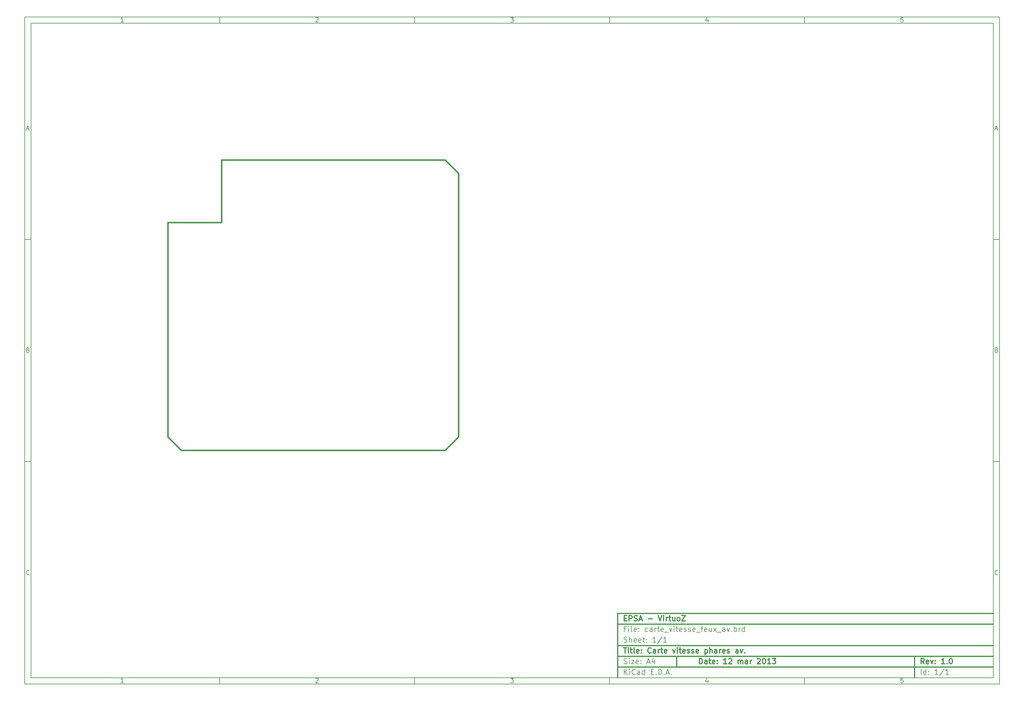
<source format=gbr>
G04 (created by PCBNEW-RS274X (2012-01-19 BZR 3256)-stable) date 12/03/2013 15:28:24*
G01*
G70*
G90*
%MOIN*%
G04 Gerber Fmt 3.4, Leading zero omitted, Abs format*
%FSLAX34Y34*%
G04 APERTURE LIST*
%ADD10C,0.006000*%
%ADD11C,0.012000*%
%ADD12C,0.015000*%
G04 APERTURE END LIST*
G54D10*
X04000Y-04000D02*
X113000Y-04000D01*
X113000Y-78670D01*
X04000Y-78670D01*
X04000Y-04000D01*
X04700Y-04700D02*
X112300Y-04700D01*
X112300Y-77970D01*
X04700Y-77970D01*
X04700Y-04700D01*
X25800Y-04000D02*
X25800Y-04700D01*
X15043Y-04552D02*
X14757Y-04552D01*
X14900Y-04552D02*
X14900Y-04052D01*
X14852Y-04124D01*
X14805Y-04171D01*
X14757Y-04195D01*
X25800Y-78670D02*
X25800Y-77970D01*
X15043Y-78522D02*
X14757Y-78522D01*
X14900Y-78522D02*
X14900Y-78022D01*
X14852Y-78094D01*
X14805Y-78141D01*
X14757Y-78165D01*
X47600Y-04000D02*
X47600Y-04700D01*
X36557Y-04100D02*
X36581Y-04076D01*
X36629Y-04052D01*
X36748Y-04052D01*
X36795Y-04076D01*
X36819Y-04100D01*
X36843Y-04148D01*
X36843Y-04195D01*
X36819Y-04267D01*
X36533Y-04552D01*
X36843Y-04552D01*
X47600Y-78670D02*
X47600Y-77970D01*
X36557Y-78070D02*
X36581Y-78046D01*
X36629Y-78022D01*
X36748Y-78022D01*
X36795Y-78046D01*
X36819Y-78070D01*
X36843Y-78118D01*
X36843Y-78165D01*
X36819Y-78237D01*
X36533Y-78522D01*
X36843Y-78522D01*
X69400Y-04000D02*
X69400Y-04700D01*
X58333Y-04052D02*
X58643Y-04052D01*
X58476Y-04243D01*
X58548Y-04243D01*
X58595Y-04267D01*
X58619Y-04290D01*
X58643Y-04338D01*
X58643Y-04457D01*
X58619Y-04505D01*
X58595Y-04529D01*
X58548Y-04552D01*
X58405Y-04552D01*
X58357Y-04529D01*
X58333Y-04505D01*
X69400Y-78670D02*
X69400Y-77970D01*
X58333Y-78022D02*
X58643Y-78022D01*
X58476Y-78213D01*
X58548Y-78213D01*
X58595Y-78237D01*
X58619Y-78260D01*
X58643Y-78308D01*
X58643Y-78427D01*
X58619Y-78475D01*
X58595Y-78499D01*
X58548Y-78522D01*
X58405Y-78522D01*
X58357Y-78499D01*
X58333Y-78475D01*
X91200Y-04000D02*
X91200Y-04700D01*
X80395Y-04219D02*
X80395Y-04552D01*
X80276Y-04029D02*
X80157Y-04386D01*
X80467Y-04386D01*
X91200Y-78670D02*
X91200Y-77970D01*
X80395Y-78189D02*
X80395Y-78522D01*
X80276Y-77999D02*
X80157Y-78356D01*
X80467Y-78356D01*
X102219Y-04052D02*
X101981Y-04052D01*
X101957Y-04290D01*
X101981Y-04267D01*
X102029Y-04243D01*
X102148Y-04243D01*
X102195Y-04267D01*
X102219Y-04290D01*
X102243Y-04338D01*
X102243Y-04457D01*
X102219Y-04505D01*
X102195Y-04529D01*
X102148Y-04552D01*
X102029Y-04552D01*
X101981Y-04529D01*
X101957Y-04505D01*
X102219Y-78022D02*
X101981Y-78022D01*
X101957Y-78260D01*
X101981Y-78237D01*
X102029Y-78213D01*
X102148Y-78213D01*
X102195Y-78237D01*
X102219Y-78260D01*
X102243Y-78308D01*
X102243Y-78427D01*
X102219Y-78475D01*
X102195Y-78499D01*
X102148Y-78522D01*
X102029Y-78522D01*
X101981Y-78499D01*
X101957Y-78475D01*
X04000Y-28890D02*
X04700Y-28890D01*
X04231Y-16510D02*
X04469Y-16510D01*
X04184Y-16652D02*
X04350Y-16152D01*
X04517Y-16652D01*
X113000Y-28890D02*
X112300Y-28890D01*
X112531Y-16510D02*
X112769Y-16510D01*
X112484Y-16652D02*
X112650Y-16152D01*
X112817Y-16652D01*
X04000Y-53780D02*
X04700Y-53780D01*
X04386Y-41280D02*
X04457Y-41304D01*
X04481Y-41328D01*
X04505Y-41376D01*
X04505Y-41447D01*
X04481Y-41495D01*
X04457Y-41519D01*
X04410Y-41542D01*
X04219Y-41542D01*
X04219Y-41042D01*
X04386Y-41042D01*
X04433Y-41066D01*
X04457Y-41090D01*
X04481Y-41138D01*
X04481Y-41185D01*
X04457Y-41233D01*
X04433Y-41257D01*
X04386Y-41280D01*
X04219Y-41280D01*
X113000Y-53780D02*
X112300Y-53780D01*
X112686Y-41280D02*
X112757Y-41304D01*
X112781Y-41328D01*
X112805Y-41376D01*
X112805Y-41447D01*
X112781Y-41495D01*
X112757Y-41519D01*
X112710Y-41542D01*
X112519Y-41542D01*
X112519Y-41042D01*
X112686Y-41042D01*
X112733Y-41066D01*
X112757Y-41090D01*
X112781Y-41138D01*
X112781Y-41185D01*
X112757Y-41233D01*
X112733Y-41257D01*
X112686Y-41280D01*
X112519Y-41280D01*
X04505Y-66385D02*
X04481Y-66409D01*
X04410Y-66432D01*
X04362Y-66432D01*
X04290Y-66409D01*
X04243Y-66361D01*
X04219Y-66313D01*
X04195Y-66218D01*
X04195Y-66147D01*
X04219Y-66051D01*
X04243Y-66004D01*
X04290Y-65956D01*
X04362Y-65932D01*
X04410Y-65932D01*
X04481Y-65956D01*
X04505Y-65980D01*
X112805Y-66385D02*
X112781Y-66409D01*
X112710Y-66432D01*
X112662Y-66432D01*
X112590Y-66409D01*
X112543Y-66361D01*
X112519Y-66313D01*
X112495Y-66218D01*
X112495Y-66147D01*
X112519Y-66051D01*
X112543Y-66004D01*
X112590Y-65956D01*
X112662Y-65932D01*
X112710Y-65932D01*
X112781Y-65956D01*
X112805Y-65980D01*
G54D11*
X79443Y-76413D02*
X79443Y-75813D01*
X79586Y-75813D01*
X79671Y-75841D01*
X79729Y-75899D01*
X79757Y-75956D01*
X79786Y-76070D01*
X79786Y-76156D01*
X79757Y-76270D01*
X79729Y-76327D01*
X79671Y-76384D01*
X79586Y-76413D01*
X79443Y-76413D01*
X80300Y-76413D02*
X80300Y-76099D01*
X80271Y-76041D01*
X80214Y-76013D01*
X80100Y-76013D01*
X80043Y-76041D01*
X80300Y-76384D02*
X80243Y-76413D01*
X80100Y-76413D01*
X80043Y-76384D01*
X80014Y-76327D01*
X80014Y-76270D01*
X80043Y-76213D01*
X80100Y-76184D01*
X80243Y-76184D01*
X80300Y-76156D01*
X80500Y-76013D02*
X80729Y-76013D01*
X80586Y-75813D02*
X80586Y-76327D01*
X80614Y-76384D01*
X80672Y-76413D01*
X80729Y-76413D01*
X81157Y-76384D02*
X81100Y-76413D01*
X80986Y-76413D01*
X80929Y-76384D01*
X80900Y-76327D01*
X80900Y-76099D01*
X80929Y-76041D01*
X80986Y-76013D01*
X81100Y-76013D01*
X81157Y-76041D01*
X81186Y-76099D01*
X81186Y-76156D01*
X80900Y-76213D01*
X81443Y-76356D02*
X81471Y-76384D01*
X81443Y-76413D01*
X81414Y-76384D01*
X81443Y-76356D01*
X81443Y-76413D01*
X81443Y-76041D02*
X81471Y-76070D01*
X81443Y-76099D01*
X81414Y-76070D01*
X81443Y-76041D01*
X81443Y-76099D01*
X82500Y-76413D02*
X82157Y-76413D01*
X82329Y-76413D02*
X82329Y-75813D01*
X82272Y-75899D01*
X82214Y-75956D01*
X82157Y-75984D01*
X82728Y-75870D02*
X82757Y-75841D01*
X82814Y-75813D01*
X82957Y-75813D01*
X83014Y-75841D01*
X83043Y-75870D01*
X83071Y-75927D01*
X83071Y-75984D01*
X83043Y-76070D01*
X82700Y-76413D01*
X83071Y-76413D01*
X83785Y-76413D02*
X83785Y-76013D01*
X83785Y-76070D02*
X83813Y-76041D01*
X83871Y-76013D01*
X83956Y-76013D01*
X84013Y-76041D01*
X84042Y-76099D01*
X84042Y-76413D01*
X84042Y-76099D02*
X84071Y-76041D01*
X84128Y-76013D01*
X84213Y-76013D01*
X84271Y-76041D01*
X84299Y-76099D01*
X84299Y-76413D01*
X84842Y-76413D02*
X84842Y-76099D01*
X84813Y-76041D01*
X84756Y-76013D01*
X84642Y-76013D01*
X84585Y-76041D01*
X84842Y-76384D02*
X84785Y-76413D01*
X84642Y-76413D01*
X84585Y-76384D01*
X84556Y-76327D01*
X84556Y-76270D01*
X84585Y-76213D01*
X84642Y-76184D01*
X84785Y-76184D01*
X84842Y-76156D01*
X85128Y-76413D02*
X85128Y-76013D01*
X85128Y-76127D02*
X85156Y-76070D01*
X85185Y-76041D01*
X85242Y-76013D01*
X85299Y-76013D01*
X85927Y-75870D02*
X85956Y-75841D01*
X86013Y-75813D01*
X86156Y-75813D01*
X86213Y-75841D01*
X86242Y-75870D01*
X86270Y-75927D01*
X86270Y-75984D01*
X86242Y-76070D01*
X85899Y-76413D01*
X86270Y-76413D01*
X86641Y-75813D02*
X86698Y-75813D01*
X86755Y-75841D01*
X86784Y-75870D01*
X86813Y-75927D01*
X86841Y-76041D01*
X86841Y-76184D01*
X86813Y-76299D01*
X86784Y-76356D01*
X86755Y-76384D01*
X86698Y-76413D01*
X86641Y-76413D01*
X86584Y-76384D01*
X86555Y-76356D01*
X86527Y-76299D01*
X86498Y-76184D01*
X86498Y-76041D01*
X86527Y-75927D01*
X86555Y-75870D01*
X86584Y-75841D01*
X86641Y-75813D01*
X87412Y-76413D02*
X87069Y-76413D01*
X87241Y-76413D02*
X87241Y-75813D01*
X87184Y-75899D01*
X87126Y-75956D01*
X87069Y-75984D01*
X87612Y-75813D02*
X87983Y-75813D01*
X87783Y-76041D01*
X87869Y-76041D01*
X87926Y-76070D01*
X87955Y-76099D01*
X87983Y-76156D01*
X87983Y-76299D01*
X87955Y-76356D01*
X87926Y-76384D01*
X87869Y-76413D01*
X87697Y-76413D01*
X87640Y-76384D01*
X87612Y-76356D01*
G54D10*
X71043Y-77613D02*
X71043Y-77013D01*
X71386Y-77613D02*
X71129Y-77270D01*
X71386Y-77013D02*
X71043Y-77356D01*
X71643Y-77613D02*
X71643Y-77213D01*
X71643Y-77013D02*
X71614Y-77041D01*
X71643Y-77070D01*
X71671Y-77041D01*
X71643Y-77013D01*
X71643Y-77070D01*
X72272Y-77556D02*
X72243Y-77584D01*
X72157Y-77613D01*
X72100Y-77613D01*
X72015Y-77584D01*
X71957Y-77527D01*
X71929Y-77470D01*
X71900Y-77356D01*
X71900Y-77270D01*
X71929Y-77156D01*
X71957Y-77099D01*
X72015Y-77041D01*
X72100Y-77013D01*
X72157Y-77013D01*
X72243Y-77041D01*
X72272Y-77070D01*
X72786Y-77613D02*
X72786Y-77299D01*
X72757Y-77241D01*
X72700Y-77213D01*
X72586Y-77213D01*
X72529Y-77241D01*
X72786Y-77584D02*
X72729Y-77613D01*
X72586Y-77613D01*
X72529Y-77584D01*
X72500Y-77527D01*
X72500Y-77470D01*
X72529Y-77413D01*
X72586Y-77384D01*
X72729Y-77384D01*
X72786Y-77356D01*
X73329Y-77613D02*
X73329Y-77013D01*
X73329Y-77584D02*
X73272Y-77613D01*
X73158Y-77613D01*
X73100Y-77584D01*
X73072Y-77556D01*
X73043Y-77499D01*
X73043Y-77327D01*
X73072Y-77270D01*
X73100Y-77241D01*
X73158Y-77213D01*
X73272Y-77213D01*
X73329Y-77241D01*
X74072Y-77299D02*
X74272Y-77299D01*
X74358Y-77613D02*
X74072Y-77613D01*
X74072Y-77013D01*
X74358Y-77013D01*
X74615Y-77556D02*
X74643Y-77584D01*
X74615Y-77613D01*
X74586Y-77584D01*
X74615Y-77556D01*
X74615Y-77613D01*
X74901Y-77613D02*
X74901Y-77013D01*
X75044Y-77013D01*
X75129Y-77041D01*
X75187Y-77099D01*
X75215Y-77156D01*
X75244Y-77270D01*
X75244Y-77356D01*
X75215Y-77470D01*
X75187Y-77527D01*
X75129Y-77584D01*
X75044Y-77613D01*
X74901Y-77613D01*
X75501Y-77556D02*
X75529Y-77584D01*
X75501Y-77613D01*
X75472Y-77584D01*
X75501Y-77556D01*
X75501Y-77613D01*
X75758Y-77441D02*
X76044Y-77441D01*
X75701Y-77613D02*
X75901Y-77013D01*
X76101Y-77613D01*
X76301Y-77556D02*
X76329Y-77584D01*
X76301Y-77613D01*
X76272Y-77584D01*
X76301Y-77556D01*
X76301Y-77613D01*
G54D11*
X104586Y-76413D02*
X104386Y-76127D01*
X104243Y-76413D02*
X104243Y-75813D01*
X104471Y-75813D01*
X104529Y-75841D01*
X104557Y-75870D01*
X104586Y-75927D01*
X104586Y-76013D01*
X104557Y-76070D01*
X104529Y-76099D01*
X104471Y-76127D01*
X104243Y-76127D01*
X105071Y-76384D02*
X105014Y-76413D01*
X104900Y-76413D01*
X104843Y-76384D01*
X104814Y-76327D01*
X104814Y-76099D01*
X104843Y-76041D01*
X104900Y-76013D01*
X105014Y-76013D01*
X105071Y-76041D01*
X105100Y-76099D01*
X105100Y-76156D01*
X104814Y-76213D01*
X105300Y-76013D02*
X105443Y-76413D01*
X105585Y-76013D01*
X105814Y-76356D02*
X105842Y-76384D01*
X105814Y-76413D01*
X105785Y-76384D01*
X105814Y-76356D01*
X105814Y-76413D01*
X105814Y-76041D02*
X105842Y-76070D01*
X105814Y-76099D01*
X105785Y-76070D01*
X105814Y-76041D01*
X105814Y-76099D01*
X106871Y-76413D02*
X106528Y-76413D01*
X106700Y-76413D02*
X106700Y-75813D01*
X106643Y-75899D01*
X106585Y-75956D01*
X106528Y-75984D01*
X107128Y-76356D02*
X107156Y-76384D01*
X107128Y-76413D01*
X107099Y-76384D01*
X107128Y-76356D01*
X107128Y-76413D01*
X107528Y-75813D02*
X107585Y-75813D01*
X107642Y-75841D01*
X107671Y-75870D01*
X107700Y-75927D01*
X107728Y-76041D01*
X107728Y-76184D01*
X107700Y-76299D01*
X107671Y-76356D01*
X107642Y-76384D01*
X107585Y-76413D01*
X107528Y-76413D01*
X107471Y-76384D01*
X107442Y-76356D01*
X107414Y-76299D01*
X107385Y-76184D01*
X107385Y-76041D01*
X107414Y-75927D01*
X107442Y-75870D01*
X107471Y-75841D01*
X107528Y-75813D01*
G54D10*
X71014Y-76384D02*
X71100Y-76413D01*
X71243Y-76413D01*
X71300Y-76384D01*
X71329Y-76356D01*
X71357Y-76299D01*
X71357Y-76241D01*
X71329Y-76184D01*
X71300Y-76156D01*
X71243Y-76127D01*
X71129Y-76099D01*
X71071Y-76070D01*
X71043Y-76041D01*
X71014Y-75984D01*
X71014Y-75927D01*
X71043Y-75870D01*
X71071Y-75841D01*
X71129Y-75813D01*
X71271Y-75813D01*
X71357Y-75841D01*
X71614Y-76413D02*
X71614Y-76013D01*
X71614Y-75813D02*
X71585Y-75841D01*
X71614Y-75870D01*
X71642Y-75841D01*
X71614Y-75813D01*
X71614Y-75870D01*
X71843Y-76013D02*
X72157Y-76013D01*
X71843Y-76413D01*
X72157Y-76413D01*
X72614Y-76384D02*
X72557Y-76413D01*
X72443Y-76413D01*
X72386Y-76384D01*
X72357Y-76327D01*
X72357Y-76099D01*
X72386Y-76041D01*
X72443Y-76013D01*
X72557Y-76013D01*
X72614Y-76041D01*
X72643Y-76099D01*
X72643Y-76156D01*
X72357Y-76213D01*
X72900Y-76356D02*
X72928Y-76384D01*
X72900Y-76413D01*
X72871Y-76384D01*
X72900Y-76356D01*
X72900Y-76413D01*
X72900Y-76041D02*
X72928Y-76070D01*
X72900Y-76099D01*
X72871Y-76070D01*
X72900Y-76041D01*
X72900Y-76099D01*
X73614Y-76241D02*
X73900Y-76241D01*
X73557Y-76413D02*
X73757Y-75813D01*
X73957Y-76413D01*
X74414Y-76013D02*
X74414Y-76413D01*
X74271Y-75784D02*
X74128Y-76213D01*
X74500Y-76213D01*
X104243Y-77613D02*
X104243Y-77013D01*
X104786Y-77613D02*
X104786Y-77013D01*
X104786Y-77584D02*
X104729Y-77613D01*
X104615Y-77613D01*
X104557Y-77584D01*
X104529Y-77556D01*
X104500Y-77499D01*
X104500Y-77327D01*
X104529Y-77270D01*
X104557Y-77241D01*
X104615Y-77213D01*
X104729Y-77213D01*
X104786Y-77241D01*
X105072Y-77556D02*
X105100Y-77584D01*
X105072Y-77613D01*
X105043Y-77584D01*
X105072Y-77556D01*
X105072Y-77613D01*
X105072Y-77241D02*
X105100Y-77270D01*
X105072Y-77299D01*
X105043Y-77270D01*
X105072Y-77241D01*
X105072Y-77299D01*
X106129Y-77613D02*
X105786Y-77613D01*
X105958Y-77613D02*
X105958Y-77013D01*
X105901Y-77099D01*
X105843Y-77156D01*
X105786Y-77184D01*
X106814Y-76984D02*
X106300Y-77756D01*
X107329Y-77613D02*
X106986Y-77613D01*
X107158Y-77613D02*
X107158Y-77013D01*
X107101Y-77099D01*
X107043Y-77156D01*
X106986Y-77184D01*
G54D11*
X70957Y-74613D02*
X71300Y-74613D01*
X71129Y-75213D02*
X71129Y-74613D01*
X71500Y-75213D02*
X71500Y-74813D01*
X71500Y-74613D02*
X71471Y-74641D01*
X71500Y-74670D01*
X71528Y-74641D01*
X71500Y-74613D01*
X71500Y-74670D01*
X71700Y-74813D02*
X71929Y-74813D01*
X71786Y-74613D02*
X71786Y-75127D01*
X71814Y-75184D01*
X71872Y-75213D01*
X71929Y-75213D01*
X72215Y-75213D02*
X72157Y-75184D01*
X72129Y-75127D01*
X72129Y-74613D01*
X72671Y-75184D02*
X72614Y-75213D01*
X72500Y-75213D01*
X72443Y-75184D01*
X72414Y-75127D01*
X72414Y-74899D01*
X72443Y-74841D01*
X72500Y-74813D01*
X72614Y-74813D01*
X72671Y-74841D01*
X72700Y-74899D01*
X72700Y-74956D01*
X72414Y-75013D01*
X72957Y-75156D02*
X72985Y-75184D01*
X72957Y-75213D01*
X72928Y-75184D01*
X72957Y-75156D01*
X72957Y-75213D01*
X72957Y-74841D02*
X72985Y-74870D01*
X72957Y-74899D01*
X72928Y-74870D01*
X72957Y-74841D01*
X72957Y-74899D01*
X74043Y-75156D02*
X74014Y-75184D01*
X73928Y-75213D01*
X73871Y-75213D01*
X73786Y-75184D01*
X73728Y-75127D01*
X73700Y-75070D01*
X73671Y-74956D01*
X73671Y-74870D01*
X73700Y-74756D01*
X73728Y-74699D01*
X73786Y-74641D01*
X73871Y-74613D01*
X73928Y-74613D01*
X74014Y-74641D01*
X74043Y-74670D01*
X74557Y-75213D02*
X74557Y-74899D01*
X74528Y-74841D01*
X74471Y-74813D01*
X74357Y-74813D01*
X74300Y-74841D01*
X74557Y-75184D02*
X74500Y-75213D01*
X74357Y-75213D01*
X74300Y-75184D01*
X74271Y-75127D01*
X74271Y-75070D01*
X74300Y-75013D01*
X74357Y-74984D01*
X74500Y-74984D01*
X74557Y-74956D01*
X74843Y-75213D02*
X74843Y-74813D01*
X74843Y-74927D02*
X74871Y-74870D01*
X74900Y-74841D01*
X74957Y-74813D01*
X75014Y-74813D01*
X75128Y-74813D02*
X75357Y-74813D01*
X75214Y-74613D02*
X75214Y-75127D01*
X75242Y-75184D01*
X75300Y-75213D01*
X75357Y-75213D01*
X75785Y-75184D02*
X75728Y-75213D01*
X75614Y-75213D01*
X75557Y-75184D01*
X75528Y-75127D01*
X75528Y-74899D01*
X75557Y-74841D01*
X75614Y-74813D01*
X75728Y-74813D01*
X75785Y-74841D01*
X75814Y-74899D01*
X75814Y-74956D01*
X75528Y-75013D01*
X76471Y-74813D02*
X76614Y-75213D01*
X76756Y-74813D01*
X76985Y-75213D02*
X76985Y-74813D01*
X76985Y-74613D02*
X76956Y-74641D01*
X76985Y-74670D01*
X77013Y-74641D01*
X76985Y-74613D01*
X76985Y-74670D01*
X77185Y-74813D02*
X77414Y-74813D01*
X77271Y-74613D02*
X77271Y-75127D01*
X77299Y-75184D01*
X77357Y-75213D01*
X77414Y-75213D01*
X77842Y-75184D02*
X77785Y-75213D01*
X77671Y-75213D01*
X77614Y-75184D01*
X77585Y-75127D01*
X77585Y-74899D01*
X77614Y-74841D01*
X77671Y-74813D01*
X77785Y-74813D01*
X77842Y-74841D01*
X77871Y-74899D01*
X77871Y-74956D01*
X77585Y-75013D01*
X78099Y-75184D02*
X78156Y-75213D01*
X78271Y-75213D01*
X78328Y-75184D01*
X78356Y-75127D01*
X78356Y-75099D01*
X78328Y-75041D01*
X78271Y-75013D01*
X78185Y-75013D01*
X78128Y-74984D01*
X78099Y-74927D01*
X78099Y-74899D01*
X78128Y-74841D01*
X78185Y-74813D01*
X78271Y-74813D01*
X78328Y-74841D01*
X78585Y-75184D02*
X78642Y-75213D01*
X78757Y-75213D01*
X78814Y-75184D01*
X78842Y-75127D01*
X78842Y-75099D01*
X78814Y-75041D01*
X78757Y-75013D01*
X78671Y-75013D01*
X78614Y-74984D01*
X78585Y-74927D01*
X78585Y-74899D01*
X78614Y-74841D01*
X78671Y-74813D01*
X78757Y-74813D01*
X78814Y-74841D01*
X79328Y-75184D02*
X79271Y-75213D01*
X79157Y-75213D01*
X79100Y-75184D01*
X79071Y-75127D01*
X79071Y-74899D01*
X79100Y-74841D01*
X79157Y-74813D01*
X79271Y-74813D01*
X79328Y-74841D01*
X79357Y-74899D01*
X79357Y-74956D01*
X79071Y-75013D01*
X80071Y-74813D02*
X80071Y-75413D01*
X80071Y-74841D02*
X80128Y-74813D01*
X80242Y-74813D01*
X80299Y-74841D01*
X80328Y-74870D01*
X80357Y-74927D01*
X80357Y-75099D01*
X80328Y-75156D01*
X80299Y-75184D01*
X80242Y-75213D01*
X80128Y-75213D01*
X80071Y-75184D01*
X80614Y-75213D02*
X80614Y-74613D01*
X80871Y-75213D02*
X80871Y-74899D01*
X80842Y-74841D01*
X80785Y-74813D01*
X80700Y-74813D01*
X80642Y-74841D01*
X80614Y-74870D01*
X81414Y-75213D02*
X81414Y-74899D01*
X81385Y-74841D01*
X81328Y-74813D01*
X81214Y-74813D01*
X81157Y-74841D01*
X81414Y-75184D02*
X81357Y-75213D01*
X81214Y-75213D01*
X81157Y-75184D01*
X81128Y-75127D01*
X81128Y-75070D01*
X81157Y-75013D01*
X81214Y-74984D01*
X81357Y-74984D01*
X81414Y-74956D01*
X81700Y-75213D02*
X81700Y-74813D01*
X81700Y-74927D02*
X81728Y-74870D01*
X81757Y-74841D01*
X81814Y-74813D01*
X81871Y-74813D01*
X82299Y-75184D02*
X82242Y-75213D01*
X82128Y-75213D01*
X82071Y-75184D01*
X82042Y-75127D01*
X82042Y-74899D01*
X82071Y-74841D01*
X82128Y-74813D01*
X82242Y-74813D01*
X82299Y-74841D01*
X82328Y-74899D01*
X82328Y-74956D01*
X82042Y-75013D01*
X82556Y-75184D02*
X82613Y-75213D01*
X82728Y-75213D01*
X82785Y-75184D01*
X82813Y-75127D01*
X82813Y-75099D01*
X82785Y-75041D01*
X82728Y-75013D01*
X82642Y-75013D01*
X82585Y-74984D01*
X82556Y-74927D01*
X82556Y-74899D01*
X82585Y-74841D01*
X82642Y-74813D01*
X82728Y-74813D01*
X82785Y-74841D01*
X83785Y-75213D02*
X83785Y-74899D01*
X83756Y-74841D01*
X83699Y-74813D01*
X83585Y-74813D01*
X83528Y-74841D01*
X83785Y-75184D02*
X83728Y-75213D01*
X83585Y-75213D01*
X83528Y-75184D01*
X83499Y-75127D01*
X83499Y-75070D01*
X83528Y-75013D01*
X83585Y-74984D01*
X83728Y-74984D01*
X83785Y-74956D01*
X84014Y-74813D02*
X84157Y-75213D01*
X84299Y-74813D01*
X84528Y-75156D02*
X84556Y-75184D01*
X84528Y-75213D01*
X84499Y-75184D01*
X84528Y-75156D01*
X84528Y-75213D01*
G54D10*
X71243Y-72499D02*
X71043Y-72499D01*
X71043Y-72813D02*
X71043Y-72213D01*
X71329Y-72213D01*
X71557Y-72813D02*
X71557Y-72413D01*
X71557Y-72213D02*
X71528Y-72241D01*
X71557Y-72270D01*
X71585Y-72241D01*
X71557Y-72213D01*
X71557Y-72270D01*
X71929Y-72813D02*
X71871Y-72784D01*
X71843Y-72727D01*
X71843Y-72213D01*
X72385Y-72784D02*
X72328Y-72813D01*
X72214Y-72813D01*
X72157Y-72784D01*
X72128Y-72727D01*
X72128Y-72499D01*
X72157Y-72441D01*
X72214Y-72413D01*
X72328Y-72413D01*
X72385Y-72441D01*
X72414Y-72499D01*
X72414Y-72556D01*
X72128Y-72613D01*
X72671Y-72756D02*
X72699Y-72784D01*
X72671Y-72813D01*
X72642Y-72784D01*
X72671Y-72756D01*
X72671Y-72813D01*
X72671Y-72441D02*
X72699Y-72470D01*
X72671Y-72499D01*
X72642Y-72470D01*
X72671Y-72441D01*
X72671Y-72499D01*
X73671Y-72784D02*
X73614Y-72813D01*
X73500Y-72813D01*
X73442Y-72784D01*
X73414Y-72756D01*
X73385Y-72699D01*
X73385Y-72527D01*
X73414Y-72470D01*
X73442Y-72441D01*
X73500Y-72413D01*
X73614Y-72413D01*
X73671Y-72441D01*
X74185Y-72813D02*
X74185Y-72499D01*
X74156Y-72441D01*
X74099Y-72413D01*
X73985Y-72413D01*
X73928Y-72441D01*
X74185Y-72784D02*
X74128Y-72813D01*
X73985Y-72813D01*
X73928Y-72784D01*
X73899Y-72727D01*
X73899Y-72670D01*
X73928Y-72613D01*
X73985Y-72584D01*
X74128Y-72584D01*
X74185Y-72556D01*
X74471Y-72813D02*
X74471Y-72413D01*
X74471Y-72527D02*
X74499Y-72470D01*
X74528Y-72441D01*
X74585Y-72413D01*
X74642Y-72413D01*
X74756Y-72413D02*
X74985Y-72413D01*
X74842Y-72213D02*
X74842Y-72727D01*
X74870Y-72784D01*
X74928Y-72813D01*
X74985Y-72813D01*
X75413Y-72784D02*
X75356Y-72813D01*
X75242Y-72813D01*
X75185Y-72784D01*
X75156Y-72727D01*
X75156Y-72499D01*
X75185Y-72441D01*
X75242Y-72413D01*
X75356Y-72413D01*
X75413Y-72441D01*
X75442Y-72499D01*
X75442Y-72556D01*
X75156Y-72613D01*
X75556Y-72870D02*
X76013Y-72870D01*
X76099Y-72413D02*
X76242Y-72813D01*
X76384Y-72413D01*
X76613Y-72813D02*
X76613Y-72413D01*
X76613Y-72213D02*
X76584Y-72241D01*
X76613Y-72270D01*
X76641Y-72241D01*
X76613Y-72213D01*
X76613Y-72270D01*
X76813Y-72413D02*
X77042Y-72413D01*
X76899Y-72213D02*
X76899Y-72727D01*
X76927Y-72784D01*
X76985Y-72813D01*
X77042Y-72813D01*
X77470Y-72784D02*
X77413Y-72813D01*
X77299Y-72813D01*
X77242Y-72784D01*
X77213Y-72727D01*
X77213Y-72499D01*
X77242Y-72441D01*
X77299Y-72413D01*
X77413Y-72413D01*
X77470Y-72441D01*
X77499Y-72499D01*
X77499Y-72556D01*
X77213Y-72613D01*
X77727Y-72784D02*
X77784Y-72813D01*
X77899Y-72813D01*
X77956Y-72784D01*
X77984Y-72727D01*
X77984Y-72699D01*
X77956Y-72641D01*
X77899Y-72613D01*
X77813Y-72613D01*
X77756Y-72584D01*
X77727Y-72527D01*
X77727Y-72499D01*
X77756Y-72441D01*
X77813Y-72413D01*
X77899Y-72413D01*
X77956Y-72441D01*
X78213Y-72784D02*
X78270Y-72813D01*
X78385Y-72813D01*
X78442Y-72784D01*
X78470Y-72727D01*
X78470Y-72699D01*
X78442Y-72641D01*
X78385Y-72613D01*
X78299Y-72613D01*
X78242Y-72584D01*
X78213Y-72527D01*
X78213Y-72499D01*
X78242Y-72441D01*
X78299Y-72413D01*
X78385Y-72413D01*
X78442Y-72441D01*
X78956Y-72784D02*
X78899Y-72813D01*
X78785Y-72813D01*
X78728Y-72784D01*
X78699Y-72727D01*
X78699Y-72499D01*
X78728Y-72441D01*
X78785Y-72413D01*
X78899Y-72413D01*
X78956Y-72441D01*
X78985Y-72499D01*
X78985Y-72556D01*
X78699Y-72613D01*
X79099Y-72870D02*
X79556Y-72870D01*
X79613Y-72413D02*
X79842Y-72413D01*
X79699Y-72813D02*
X79699Y-72299D01*
X79727Y-72241D01*
X79785Y-72213D01*
X79842Y-72213D01*
X80270Y-72784D02*
X80213Y-72813D01*
X80099Y-72813D01*
X80042Y-72784D01*
X80013Y-72727D01*
X80013Y-72499D01*
X80042Y-72441D01*
X80099Y-72413D01*
X80213Y-72413D01*
X80270Y-72441D01*
X80299Y-72499D01*
X80299Y-72556D01*
X80013Y-72613D01*
X80813Y-72413D02*
X80813Y-72813D01*
X80556Y-72413D02*
X80556Y-72727D01*
X80584Y-72784D01*
X80642Y-72813D01*
X80727Y-72813D01*
X80784Y-72784D01*
X80813Y-72756D01*
X81042Y-72813D02*
X81356Y-72413D01*
X81042Y-72413D02*
X81356Y-72813D01*
X81442Y-72870D02*
X81899Y-72870D01*
X82299Y-72813D02*
X82299Y-72499D01*
X82270Y-72441D01*
X82213Y-72413D01*
X82099Y-72413D01*
X82042Y-72441D01*
X82299Y-72784D02*
X82242Y-72813D01*
X82099Y-72813D01*
X82042Y-72784D01*
X82013Y-72727D01*
X82013Y-72670D01*
X82042Y-72613D01*
X82099Y-72584D01*
X82242Y-72584D01*
X82299Y-72556D01*
X82528Y-72413D02*
X82671Y-72813D01*
X82813Y-72413D01*
X83042Y-72756D02*
X83070Y-72784D01*
X83042Y-72813D01*
X83013Y-72784D01*
X83042Y-72756D01*
X83042Y-72813D01*
X83328Y-72813D02*
X83328Y-72213D01*
X83328Y-72441D02*
X83385Y-72413D01*
X83499Y-72413D01*
X83556Y-72441D01*
X83585Y-72470D01*
X83614Y-72527D01*
X83614Y-72699D01*
X83585Y-72756D01*
X83556Y-72784D01*
X83499Y-72813D01*
X83385Y-72813D01*
X83328Y-72784D01*
X83871Y-72813D02*
X83871Y-72413D01*
X83871Y-72527D02*
X83899Y-72470D01*
X83928Y-72441D01*
X83985Y-72413D01*
X84042Y-72413D01*
X84499Y-72813D02*
X84499Y-72213D01*
X84499Y-72784D02*
X84442Y-72813D01*
X84328Y-72813D01*
X84270Y-72784D01*
X84242Y-72756D01*
X84213Y-72699D01*
X84213Y-72527D01*
X84242Y-72470D01*
X84270Y-72441D01*
X84328Y-72413D01*
X84442Y-72413D01*
X84499Y-72441D01*
X71014Y-73984D02*
X71100Y-74013D01*
X71243Y-74013D01*
X71300Y-73984D01*
X71329Y-73956D01*
X71357Y-73899D01*
X71357Y-73841D01*
X71329Y-73784D01*
X71300Y-73756D01*
X71243Y-73727D01*
X71129Y-73699D01*
X71071Y-73670D01*
X71043Y-73641D01*
X71014Y-73584D01*
X71014Y-73527D01*
X71043Y-73470D01*
X71071Y-73441D01*
X71129Y-73413D01*
X71271Y-73413D01*
X71357Y-73441D01*
X71614Y-74013D02*
X71614Y-73413D01*
X71871Y-74013D02*
X71871Y-73699D01*
X71842Y-73641D01*
X71785Y-73613D01*
X71700Y-73613D01*
X71642Y-73641D01*
X71614Y-73670D01*
X72385Y-73984D02*
X72328Y-74013D01*
X72214Y-74013D01*
X72157Y-73984D01*
X72128Y-73927D01*
X72128Y-73699D01*
X72157Y-73641D01*
X72214Y-73613D01*
X72328Y-73613D01*
X72385Y-73641D01*
X72414Y-73699D01*
X72414Y-73756D01*
X72128Y-73813D01*
X72899Y-73984D02*
X72842Y-74013D01*
X72728Y-74013D01*
X72671Y-73984D01*
X72642Y-73927D01*
X72642Y-73699D01*
X72671Y-73641D01*
X72728Y-73613D01*
X72842Y-73613D01*
X72899Y-73641D01*
X72928Y-73699D01*
X72928Y-73756D01*
X72642Y-73813D01*
X73099Y-73613D02*
X73328Y-73613D01*
X73185Y-73413D02*
X73185Y-73927D01*
X73213Y-73984D01*
X73271Y-74013D01*
X73328Y-74013D01*
X73528Y-73956D02*
X73556Y-73984D01*
X73528Y-74013D01*
X73499Y-73984D01*
X73528Y-73956D01*
X73528Y-74013D01*
X73528Y-73641D02*
X73556Y-73670D01*
X73528Y-73699D01*
X73499Y-73670D01*
X73528Y-73641D01*
X73528Y-73699D01*
X74585Y-74013D02*
X74242Y-74013D01*
X74414Y-74013D02*
X74414Y-73413D01*
X74357Y-73499D01*
X74299Y-73556D01*
X74242Y-73584D01*
X75270Y-73384D02*
X74756Y-74156D01*
X75785Y-74013D02*
X75442Y-74013D01*
X75614Y-74013D02*
X75614Y-73413D01*
X75557Y-73499D01*
X75499Y-73556D01*
X75442Y-73584D01*
G54D11*
X71043Y-71299D02*
X71243Y-71299D01*
X71329Y-71613D02*
X71043Y-71613D01*
X71043Y-71013D01*
X71329Y-71013D01*
X71586Y-71613D02*
X71586Y-71013D01*
X71814Y-71013D01*
X71872Y-71041D01*
X71900Y-71070D01*
X71929Y-71127D01*
X71929Y-71213D01*
X71900Y-71270D01*
X71872Y-71299D01*
X71814Y-71327D01*
X71586Y-71327D01*
X72157Y-71584D02*
X72243Y-71613D01*
X72386Y-71613D01*
X72443Y-71584D01*
X72472Y-71556D01*
X72500Y-71499D01*
X72500Y-71441D01*
X72472Y-71384D01*
X72443Y-71356D01*
X72386Y-71327D01*
X72272Y-71299D01*
X72214Y-71270D01*
X72186Y-71241D01*
X72157Y-71184D01*
X72157Y-71127D01*
X72186Y-71070D01*
X72214Y-71041D01*
X72272Y-71013D01*
X72414Y-71013D01*
X72500Y-71041D01*
X72728Y-71441D02*
X73014Y-71441D01*
X72671Y-71613D02*
X72871Y-71013D01*
X73071Y-71613D01*
X73728Y-71384D02*
X74185Y-71384D01*
X74842Y-71013D02*
X75042Y-71613D01*
X75242Y-71013D01*
X75442Y-71613D02*
X75442Y-71213D01*
X75442Y-71013D02*
X75413Y-71041D01*
X75442Y-71070D01*
X75470Y-71041D01*
X75442Y-71013D01*
X75442Y-71070D01*
X75728Y-71613D02*
X75728Y-71213D01*
X75728Y-71327D02*
X75756Y-71270D01*
X75785Y-71241D01*
X75842Y-71213D01*
X75899Y-71213D01*
X76013Y-71213D02*
X76242Y-71213D01*
X76099Y-71013D02*
X76099Y-71527D01*
X76127Y-71584D01*
X76185Y-71613D01*
X76242Y-71613D01*
X76699Y-71213D02*
X76699Y-71613D01*
X76442Y-71213D02*
X76442Y-71527D01*
X76470Y-71584D01*
X76528Y-71613D01*
X76613Y-71613D01*
X76670Y-71584D01*
X76699Y-71556D01*
X77071Y-71613D02*
X77013Y-71584D01*
X76985Y-71556D01*
X76956Y-71499D01*
X76956Y-71327D01*
X76985Y-71270D01*
X77013Y-71241D01*
X77071Y-71213D01*
X77156Y-71213D01*
X77213Y-71241D01*
X77242Y-71270D01*
X77271Y-71327D01*
X77271Y-71499D01*
X77242Y-71556D01*
X77213Y-71584D01*
X77156Y-71613D01*
X77071Y-71613D01*
X77471Y-71013D02*
X77871Y-71013D01*
X77471Y-71613D01*
X77871Y-71613D01*
X70300Y-70770D02*
X70300Y-77970D01*
X70300Y-71970D02*
X112300Y-71970D01*
X70300Y-70770D02*
X112300Y-70770D01*
X70300Y-74370D02*
X112300Y-74370D01*
X103500Y-75570D02*
X103500Y-77970D01*
X70300Y-76770D02*
X112300Y-76770D01*
X70300Y-75570D02*
X112300Y-75570D01*
X76900Y-75570D02*
X76900Y-76770D01*
G54D12*
X26000Y-27000D02*
X20000Y-27000D01*
X26000Y-20000D02*
X26000Y-27000D01*
X51000Y-20000D02*
X26000Y-20000D01*
X52500Y-21500D02*
X51000Y-20000D01*
X52500Y-51000D02*
X52500Y-21500D01*
X51000Y-52500D02*
X52500Y-51000D01*
X21500Y-52500D02*
X51000Y-52500D01*
X20000Y-51000D02*
X21500Y-52500D01*
X20000Y-27000D02*
X20000Y-51000D01*
M02*

</source>
